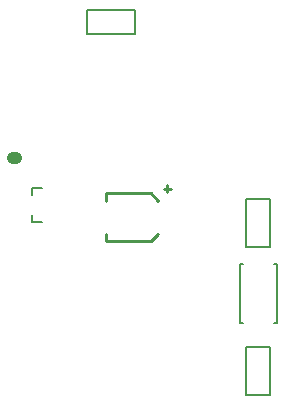
<source format=gbo>
G75*
%MOIN*%
%OFA0B0*%
%FSLAX25Y25*%
%IPPOS*%
%LPD*%
%AMOC8*
5,1,8,0,0,1.08239X$1,22.5*
%
%ADD10C,0.00500*%
%ADD11C,0.00600*%
%ADD12C,0.04000*%
%ADD13C,0.01000*%
D10*
X0091304Y0031685D02*
X0092486Y0031685D01*
X0091304Y0031685D02*
X0091304Y0051370D01*
X0092486Y0051370D01*
X0093604Y0057150D02*
X0101604Y0057150D01*
X0101604Y0073150D01*
X0093604Y0073150D01*
X0093604Y0057150D01*
X0102722Y0051370D02*
X0103903Y0051370D01*
X0103903Y0031685D01*
X0102722Y0031685D01*
X0101604Y0023937D02*
X0093604Y0023937D01*
X0093604Y0007937D01*
X0101604Y0007937D01*
X0101604Y0023937D01*
X0056391Y0128079D02*
X0040391Y0128079D01*
X0040391Y0136079D01*
X0056391Y0136079D01*
X0056391Y0128079D01*
D11*
X0025369Y0076655D02*
X0022169Y0076655D01*
X0022169Y0074455D01*
X0022169Y0067655D02*
X0022169Y0065455D01*
X0025369Y0065455D01*
D12*
X0016706Y0086803D02*
X0015706Y0086803D01*
D13*
X0046639Y0059118D02*
X0061639Y0059118D01*
X0064139Y0061618D01*
X0064139Y0072618D02*
X0061639Y0075118D01*
X0046639Y0075118D01*
X0046639Y0072618D01*
X0046639Y0061618D02*
X0046639Y0059118D01*
X0066001Y0076567D02*
X0068363Y0076567D01*
X0067182Y0077748D02*
X0067182Y0075386D01*
M02*

</source>
